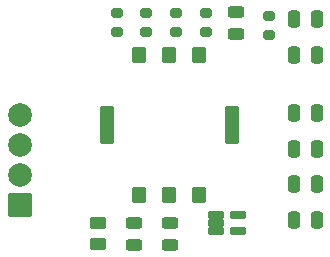
<source format=gbr>
%TF.GenerationSoftware,KiCad,Pcbnew,7.0.6*%
%TF.CreationDate,2024-04-01T13:07:51+03:00*%
%TF.ProjectId,SIM800 GPS Module,53494d38-3030-4204-9750-53204d6f6475,rev?*%
%TF.SameCoordinates,Original*%
%TF.FileFunction,Soldermask,Bot*%
%TF.FilePolarity,Negative*%
%FSLAX46Y46*%
G04 Gerber Fmt 4.6, Leading zero omitted, Abs format (unit mm)*
G04 Created by KiCad (PCBNEW 7.0.6) date 2024-04-01 13:07:51*
%MOMM*%
%LPD*%
G01*
G04 APERTURE LIST*
G04 Aperture macros list*
%AMRoundRect*
0 Rectangle with rounded corners*
0 $1 Rounding radius*
0 $2 $3 $4 $5 $6 $7 $8 $9 X,Y pos of 4 corners*
0 Add a 4 corners polygon primitive as box body*
4,1,4,$2,$3,$4,$5,$6,$7,$8,$9,$2,$3,0*
0 Add four circle primitives for the rounded corners*
1,1,$1+$1,$2,$3*
1,1,$1+$1,$4,$5*
1,1,$1+$1,$6,$7*
1,1,$1+$1,$8,$9*
0 Add four rect primitives between the rounded corners*
20,1,$1+$1,$2,$3,$4,$5,0*
20,1,$1+$1,$4,$5,$6,$7,0*
20,1,$1+$1,$6,$7,$8,$9,0*
20,1,$1+$1,$8,$9,$2,$3,0*%
G04 Aperture macros list end*
%ADD10C,2.004000*%
%ADD11RoundRect,0.102000X0.900000X-0.900000X0.900000X0.900000X-0.900000X0.900000X-0.900000X-0.900000X0*%
%ADD12RoundRect,0.200000X-0.275000X0.200000X-0.275000X-0.200000X0.275000X-0.200000X0.275000X0.200000X0*%
%ADD13RoundRect,0.243750X-0.456250X0.243750X-0.456250X-0.243750X0.456250X-0.243750X0.456250X0.243750X0*%
%ADD14RoundRect,0.250000X0.250000X0.475000X-0.250000X0.475000X-0.250000X-0.475000X0.250000X-0.475000X0*%
%ADD15RoundRect,0.250000X0.450000X-0.262500X0.450000X0.262500X-0.450000X0.262500X-0.450000X-0.262500X0*%
%ADD16RoundRect,0.102000X0.500000X0.550000X-0.500000X0.550000X-0.500000X-0.550000X0.500000X-0.550000X0*%
%ADD17RoundRect,0.102000X0.500000X1.500000X-0.500000X1.500000X-0.500000X-1.500000X0.500000X-1.500000X0*%
%ADD18RoundRect,0.102000X-0.615000X-0.200000X0.615000X-0.200000X0.615000X0.200000X-0.615000X0.200000X0*%
%ADD19RoundRect,0.243750X0.456250X-0.243750X0.456250X0.243750X-0.456250X0.243750X-0.456250X-0.243750X0*%
G04 APERTURE END LIST*
D10*
%TO.C,J3*%
X126238000Y-85344000D03*
X126238000Y-87884000D03*
X126238000Y-90424000D03*
D11*
X126238000Y-92964000D03*
%TD*%
D12*
%TO.C,RE*%
X147320000Y-76962000D03*
X147320000Y-78612000D03*
%TD*%
D13*
%TO.C,DE*%
X144545000Y-76609500D03*
X144545000Y-78484500D03*
%TD*%
D14*
%TO.C,C6*%
X151384000Y-80264000D03*
X149484000Y-80264000D03*
%TD*%
%TO.C,C5*%
X151384000Y-77254000D03*
X149484000Y-77254000D03*
%TD*%
D12*
%TO.C,R6*%
X141986000Y-76708000D03*
X141986000Y-78358000D03*
%TD*%
%TO.C,R5*%
X139476000Y-76708000D03*
X139476000Y-78358000D03*
%TD*%
D15*
%TO.C,R4*%
X132903000Y-96298000D03*
X132903000Y-94473000D03*
%TD*%
D12*
%TO.C,R2*%
X136966000Y-76708000D03*
X136966000Y-78358000D03*
%TD*%
%TO.C,R1*%
X134456000Y-76708000D03*
X134456000Y-78358000D03*
%TD*%
D16*
%TO.C,J2*%
X136360000Y-92100000D03*
X138900000Y-92100000D03*
X141440000Y-92100000D03*
D17*
X133600000Y-86200000D03*
D16*
X136360000Y-80300000D03*
X138900000Y-80300000D03*
X141440000Y-80300000D03*
D17*
X144200000Y-86200000D03*
%TD*%
D18*
%TO.C,D3*%
X142824000Y-95138000D03*
X144704000Y-93838000D03*
X142824000Y-94488000D03*
X142824000Y-93838000D03*
X144704000Y-95138000D03*
%TD*%
D19*
%TO.C,D2*%
X135898000Y-96363000D03*
X135898000Y-94488000D03*
%TD*%
%TO.C,D1*%
X138938000Y-96363000D03*
X138938000Y-94488000D03*
%TD*%
D14*
%TO.C,C4*%
X151384000Y-94234000D03*
X149484000Y-94234000D03*
%TD*%
%TO.C,C3*%
X151384000Y-91224000D03*
X149484000Y-91224000D03*
%TD*%
%TO.C,C2*%
X151384000Y-88214000D03*
X149484000Y-88214000D03*
%TD*%
%TO.C,C1*%
X151384000Y-85204000D03*
X149484000Y-85204000D03*
%TD*%
M02*

</source>
